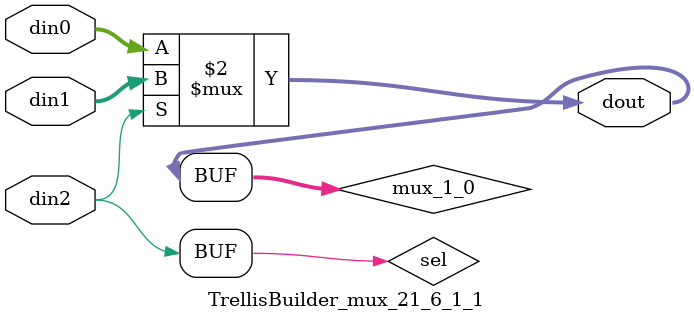
<source format=v>

`timescale 1ns/1ps

module TrellisBuilder_mux_21_6_1_1 #(
parameter
    ID                = 0,
    NUM_STAGE         = 1,
    din0_WIDTH       = 32,
    din1_WIDTH       = 32,
    din2_WIDTH         = 32,
    dout_WIDTH            = 32
)(
    input  [5 : 0]     din0,
    input  [5 : 0]     din1,
    input  [0 : 0]    din2,
    output [5 : 0]   dout);

// puts internal signals
wire [0 : 0]     sel;
// level 1 signals
wire [5 : 0]         mux_1_0;

assign sel = din2;

// Generate level 1 logic
assign mux_1_0 = (sel[0] == 0)? din0 : din1;

// output logic
assign dout = mux_1_0;

endmodule

</source>
